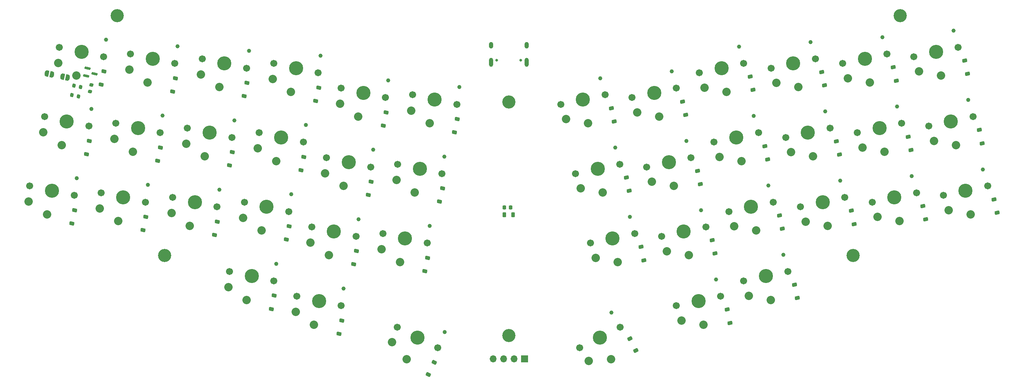
<source format=gbr>
%TF.GenerationSoftware,KiCad,Pcbnew,7.0.2*%
%TF.CreationDate,2023-06-24T23:52:28+10:00*%
%TF.ProjectId,keyboard,6b657962-6f61-4726-942e-6b696361645f,v1.0.0*%
%TF.SameCoordinates,Original*%
%TF.FileFunction,Soldermask,Bot*%
%TF.FilePolarity,Negative*%
%FSLAX46Y46*%
G04 Gerber Fmt 4.6, Leading zero omitted, Abs format (unit mm)*
G04 Created by KiCad (PCBNEW 7.0.2) date 2023-06-24 23:52:28*
%MOMM*%
%LPD*%
G01*
G04 APERTURE LIST*
G04 Aperture macros list*
%AMRoundRect*
0 Rectangle with rounded corners*
0 $1 Rounding radius*
0 $2 $3 $4 $5 $6 $7 $8 $9 X,Y pos of 4 corners*
0 Add a 4 corners polygon primitive as box body*
4,1,4,$2,$3,$4,$5,$6,$7,$8,$9,$2,$3,0*
0 Add four circle primitives for the rounded corners*
1,1,$1+$1,$2,$3*
1,1,$1+$1,$4,$5*
1,1,$1+$1,$6,$7*
1,1,$1+$1,$8,$9*
0 Add four rect primitives between the rounded corners*
20,1,$1+$1,$2,$3,$4,$5,0*
20,1,$1+$1,$4,$5,$6,$7,0*
20,1,$1+$1,$6,$7,$8,$9,0*
20,1,$1+$1,$8,$9,$2,$3,0*%
%AMFreePoly0*
4,1,19,0.500000,-0.750000,0.000000,-0.750000,0.000000,-0.744911,-0.071157,-0.744912,-0.207708,-0.704816,-0.327430,-0.627875,-0.420627,-0.520320,-0.479746,-0.390866,-0.500000,-0.250000,-0.500000,0.250000,-0.479746,0.390866,-0.420627,0.520320,-0.327430,0.627875,-0.207708,0.704816,-0.071157,0.744911,0.000000,0.744911,0.000000,0.750000,0.500000,0.750000,0.500000,-0.750000,0.500000,-0.750000,
$1*%
%AMFreePoly1*
4,1,19,0.000000,0.744911,0.071157,0.744912,0.207708,0.704816,0.327430,0.627875,0.420627,0.520320,0.479746,0.390866,0.500000,0.250000,0.500000,-0.250000,0.479746,-0.390866,0.420627,-0.520320,0.327430,-0.627875,0.207708,-0.704816,0.071157,-0.744911,0.000000,-0.744911,0.000000,-0.750000,-0.500000,-0.750000,-0.500000,0.750000,0.000000,0.750000,0.000000,0.744911,0.000000,0.744911,
$1*%
G04 Aperture macros list end*
%ADD10RoundRect,0.200000X-0.227408X0.252805X-0.310573X-0.138454X0.227408X-0.252805X0.310573X0.138454X0*%
%ADD11RoundRect,0.200000X0.252805X0.227408X-0.138454X0.310573X-0.252805X-0.227408X0.138454X-0.310573X0*%
%ADD12R,1.700000X1.700000*%
%ADD13O,1.700000X1.700000*%
%ADD14C,1.701800*%
%ADD15C,3.429000*%
%ADD16C,0.990600*%
%ADD17C,2.032000*%
%ADD18C,3.200000*%
%ADD19C,0.650000*%
%ADD20RoundRect,0.500000X0.000000X0.600000X0.000000X0.600000X0.000000X-0.600000X0.000000X-0.600000X0*%
%ADD21RoundRect,0.500000X0.000000X0.300000X0.000000X0.300000X0.000000X-0.300000X0.000000X-0.300000X0*%
%ADD22RoundRect,0.225000X0.320025X-0.298050X0.413585X0.142116X-0.320025X0.298050X-0.413585X-0.142116X0*%
%ADD23RoundRect,0.225000X0.413585X-0.142116X0.320025X0.298050X-0.413585X0.142116X-0.320025X-0.298050X0*%
%ADD24FreePoly0,168.000000*%
%ADD25FreePoly1,168.000000*%
%ADD26RoundRect,0.225000X0.436275X-0.030230X0.231980X0.370723X-0.436275X0.030230X-0.231980X-0.370723X0*%
%ADD27RoundRect,0.225000X-0.225000X-0.250000X0.225000X-0.250000X0.225000X0.250000X-0.225000X0.250000X0*%
%ADD28RoundRect,0.150000X-0.605848X-0.024574X0.543475X-0.268870X0.605848X0.024574X-0.543475X0.268870X0*%
%ADD29RoundRect,0.218750X0.218750X0.381250X-0.218750X0.381250X-0.218750X-0.381250X0.218750X-0.381250X0*%
%ADD30RoundRect,0.225000X0.231980X-0.370723X0.436275X0.030230X-0.231980X0.370723X-0.436275X-0.030230X0*%
G04 APERTURE END LIST*
D10*
%TO.C,R8*%
X98671527Y-72193028D03*
X98328473Y-73806972D03*
%TD*%
D11*
%TO.C,R7*%
X96056972Y-72671527D03*
X94443028Y-72328473D03*
%TD*%
%TO.C,R5*%
X95556972Y-74921527D03*
X93943028Y-74578473D03*
%TD*%
D12*
%TO.C,J2*%
X203849987Y-138750000D03*
D13*
X201309987Y-138750000D03*
X198769987Y-138750000D03*
X196229987Y-138750000D03*
%TD*%
D14*
%TO.C,SW38*%
X284634453Y-83784728D03*
D15*
X290014265Y-82641214D03*
D16*
X294246966Y-77447695D03*
D14*
X295394077Y-81497700D03*
D17*
X291240944Y-88412285D03*
X285913591Y-87397733D03*
%TD*%
D14*
%TO.C,SW1*%
X90903533Y-62994472D03*
D15*
X96283345Y-64137986D03*
D16*
X102262505Y-61115065D03*
D14*
X101663157Y-65281500D03*
D17*
X95056666Y-69909057D03*
X90602543Y-66815388D03*
%TD*%
D14*
%TO.C,SW40*%
X298336846Y-65281500D03*
D15*
X303716658Y-64137986D03*
D16*
X307949359Y-58944467D03*
D14*
X309096470Y-62994472D03*
D17*
X304943337Y-69909057D03*
X299615984Y-68894505D03*
%TD*%
D14*
%TO.C,SW9*%
X118412274Y-99511854D03*
D15*
X123792086Y-100655368D03*
D16*
X129771246Y-97632447D03*
D14*
X129171898Y-101798882D03*
D17*
X122565407Y-106426439D03*
X118111284Y-103332770D03*
%TD*%
D14*
%TO.C,SW11*%
X139391576Y-83779915D03*
D15*
X144771388Y-84923429D03*
D16*
X150750548Y-81900508D03*
D14*
X150151200Y-86066943D03*
D17*
X143544709Y-90694500D03*
X139090586Y-87600831D03*
%TD*%
D14*
%TO.C,SW16*%
X152158367Y-106684807D03*
D15*
X157538179Y-107828321D03*
D16*
X163517339Y-104805400D03*
D14*
X162917991Y-108971835D03*
D17*
X156311500Y-113599392D03*
X151857377Y-110505723D03*
%TD*%
D14*
%TO.C,SW34*%
X263655151Y-68052790D03*
D15*
X269034963Y-66909276D03*
D16*
X273267664Y-61715757D03*
D14*
X274414775Y-65765762D03*
D17*
X270261642Y-72680347D03*
X264934289Y-71665795D03*
%TD*%
D14*
%TO.C,SW15*%
X155744843Y-89811761D03*
D15*
X161124655Y-90955275D03*
D16*
X167103815Y-87932354D03*
D14*
X166504467Y-92098789D03*
D17*
X159897976Y-96726346D03*
X155443853Y-93632677D03*
%TD*%
D14*
%TO.C,SW20*%
X169447236Y-108314989D03*
D15*
X174827048Y-109458503D03*
D16*
X180806208Y-106435582D03*
D14*
X180206860Y-110602017D03*
D17*
X173600369Y-115229574D03*
X169146246Y-112135905D03*
%TD*%
D14*
%TO.C,SW14*%
X159331320Y-72938715D03*
D15*
X164711132Y-74082229D03*
D16*
X170690292Y-71059308D03*
D14*
X170090944Y-75225743D03*
D17*
X163484453Y-79853300D03*
X159030330Y-76759631D03*
%TD*%
D14*
%TO.C,SW32*%
X253435279Y-102939989D03*
D15*
X258815091Y-101796475D03*
D16*
X263047792Y-96602956D03*
D14*
X264194903Y-100652961D03*
D17*
X260041770Y-107567546D03*
X254714417Y-106552994D03*
%TD*%
D14*
%TO.C,SW3*%
X83730580Y-96740565D03*
D15*
X89110392Y-97884079D03*
D16*
X95089552Y-94861158D03*
D14*
X94490204Y-99027593D03*
D17*
X87883713Y-103655150D03*
X83429590Y-100561481D03*
%TD*%
D14*
%TO.C,SW21*%
X172969724Y-131122243D03*
D15*
X177870260Y-133619191D03*
D16*
X184428074Y-132246794D03*
D14*
X182770796Y-136116139D03*
D17*
X175191716Y-138876129D03*
X171690063Y-134735063D03*
%TD*%
D14*
%TO.C,SW5*%
X104605926Y-81497700D03*
D15*
X109985738Y-82641214D03*
D16*
X115964898Y-79618293D03*
D14*
X115365550Y-83784728D03*
D17*
X108759059Y-88412285D03*
X104304936Y-85318616D03*
%TD*%
D14*
%TO.C,SW36*%
X270828105Y-101798882D03*
D15*
X276207917Y-100655368D03*
D16*
X280440618Y-95461849D03*
D14*
X281587729Y-99511854D03*
D17*
X277434596Y-106426439D03*
X272107243Y-105411887D03*
%TD*%
D14*
%TO.C,SW7*%
X125585228Y-65765762D03*
D15*
X130965040Y-66909276D03*
D16*
X136944200Y-63886355D03*
D14*
X136344852Y-68052790D03*
D17*
X129738361Y-72680347D03*
X125284238Y-69586678D03*
%TD*%
D14*
%TO.C,SW4*%
X108192402Y-64624654D03*
D15*
X113572214Y-65768168D03*
D16*
X119551374Y-62745247D03*
D14*
X118952026Y-66911682D03*
D17*
X112345535Y-71539239D03*
X107891412Y-68445570D03*
%TD*%
D14*
%TO.C,SW19*%
X173033713Y-91441942D03*
D15*
X178413525Y-92585456D03*
D16*
X184392685Y-89562535D03*
D14*
X183793337Y-93728970D03*
D17*
X177186846Y-98356527D03*
X172732723Y-95262858D03*
%TD*%
D14*
%TO.C,SW27*%
X233495536Y-92098789D03*
D15*
X238875348Y-90955275D03*
D16*
X243108049Y-85761756D03*
D14*
X244255160Y-89811761D03*
D17*
X240102027Y-96726346D03*
X234774674Y-95711794D03*
%TD*%
D14*
%TO.C,SW17*%
X148571890Y-123557853D03*
D15*
X153951702Y-124701367D03*
D16*
X159930862Y-121678446D03*
D14*
X159331514Y-125844881D03*
D17*
X152725023Y-130472438D03*
X148270900Y-127378769D03*
%TD*%
D14*
%TO.C,SW22*%
X212620189Y-76855924D03*
D15*
X218000001Y-75712410D03*
D16*
X222232702Y-70518891D03*
D14*
X223379813Y-74568896D03*
D17*
X219226680Y-81483481D03*
X213899327Y-80468929D03*
%TD*%
D14*
%TO.C,SW23*%
X216206666Y-93728970D03*
D15*
X221586478Y-92585456D03*
D16*
X225819179Y-87391937D03*
D14*
X226966290Y-91441942D03*
D17*
X222813157Y-98356527D03*
X217485804Y-97341975D03*
%TD*%
D14*
%TO.C,SW2*%
X87317056Y-79867519D03*
D15*
X92696868Y-81011033D03*
D16*
X98676028Y-77988112D03*
D14*
X98076680Y-82154547D03*
D17*
X91470189Y-86782104D03*
X87016066Y-83688435D03*
%TD*%
D18*
%TO.C,H6*%
X283572322Y-113658369D03*
%TD*%
D14*
%TO.C,SW25*%
X217229207Y-136116139D03*
D15*
X222129743Y-133619191D03*
D16*
X224874037Y-127507133D03*
D14*
X227030279Y-131122243D03*
D17*
X224808287Y-138876129D03*
X219399874Y-139274968D03*
%TD*%
D14*
%TO.C,SW33*%
X257021756Y-119813036D03*
D15*
X262401568Y-118669522D03*
D16*
X266634269Y-113476003D03*
D14*
X267781380Y-117526008D03*
D17*
X263628247Y-124440593D03*
X258300894Y-123426041D03*
%TD*%
D18*
%TO.C,H1*%
X104960704Y-55298957D03*
%TD*%
D14*
%TO.C,SW18*%
X176620189Y-74568896D03*
D15*
X182000001Y-75712410D03*
D16*
X187979161Y-72689489D03*
D14*
X187379813Y-76855924D03*
D17*
X180773322Y-81483481D03*
X176319199Y-78389812D03*
%TD*%
D14*
%TO.C,SW10*%
X142978053Y-66906869D03*
D15*
X148357865Y-68050383D03*
D16*
X154337025Y-65027462D03*
D14*
X153737677Y-69193897D03*
D17*
X147131186Y-73821454D03*
X142677063Y-70727785D03*
%TD*%
D18*
%TO.C,H5*%
X295039299Y-55298957D03*
%TD*%
D14*
%TO.C,SW8*%
X121998751Y-82638808D03*
D15*
X127378563Y-83782322D03*
D16*
X133357723Y-80759401D03*
D14*
X132758375Y-84925836D03*
D17*
X126151884Y-89553393D03*
X121697761Y-86459724D03*
%TD*%
D14*
%TO.C,SW42*%
X305509799Y-99027593D03*
D15*
X310889611Y-97884079D03*
D16*
X315122312Y-92690560D03*
D14*
X316269423Y-96740565D03*
D17*
X312116290Y-103655150D03*
X306788937Y-102640598D03*
%TD*%
D19*
%TO.C,J1*%
X202900000Y-66150000D03*
X197100000Y-66150000D03*
D20*
X204320000Y-66680000D03*
D21*
X204320000Y-62500000D03*
D20*
X195680000Y-66680000D03*
D21*
X195680000Y-62500000D03*
%TD*%
D14*
%TO.C,SW12*%
X135805100Y-100652961D03*
D15*
X141184912Y-101796475D03*
D16*
X147164072Y-98773554D03*
D14*
X146564724Y-102939989D03*
D17*
X139958233Y-107567546D03*
X135504110Y-104473877D03*
%TD*%
D14*
%TO.C,SW39*%
X288220930Y-100657774D03*
D15*
X293600742Y-99514260D03*
D16*
X297833443Y-94320741D03*
D14*
X298980554Y-98370746D03*
D17*
X294827421Y-105285331D03*
X289500068Y-104270779D03*
%TD*%
D14*
%TO.C,SW24*%
X219793143Y-110602017D03*
D15*
X225172955Y-109458503D03*
D16*
X229405656Y-104264984D03*
D14*
X230552767Y-108314989D03*
D17*
X226399634Y-115229574D03*
X221072281Y-114215022D03*
%TD*%
D14*
%TO.C,SW35*%
X267241628Y-84925836D03*
D15*
X272621440Y-83782322D03*
D16*
X276854141Y-78588803D03*
D14*
X278001252Y-82638808D03*
D17*
X273848119Y-89553393D03*
X268520766Y-88538841D03*
%TD*%
D14*
%TO.C,SW28*%
X237082012Y-108971835D03*
D15*
X242461824Y-107828321D03*
D16*
X246694525Y-102634802D03*
D14*
X247841636Y-106684807D03*
D17*
X243688503Y-113599392D03*
X238361150Y-112584840D03*
%TD*%
D14*
%TO.C,SW37*%
X281047977Y-66911682D03*
D15*
X286427789Y-65768168D03*
D16*
X290660490Y-60574649D03*
D14*
X291807601Y-64624654D03*
D17*
X287654468Y-71539239D03*
X282327115Y-70524687D03*
%TD*%
D18*
%TO.C,H3*%
X200000002Y-76336118D03*
%TD*%
D14*
%TO.C,SW13*%
X132218623Y-117526008D03*
D15*
X137598435Y-118669522D03*
D16*
X143577595Y-115646601D03*
D14*
X142978247Y-119813036D03*
D17*
X136371756Y-124440593D03*
X131917633Y-121346924D03*
%TD*%
D14*
%TO.C,SW26*%
X229909059Y-75225743D03*
D15*
X235288871Y-74082229D03*
D16*
X239521572Y-68888710D03*
D14*
X240668683Y-72938715D03*
D17*
X236515550Y-79853300D03*
X231188197Y-78838748D03*
%TD*%
D14*
%TO.C,SW6*%
X101019449Y-98370746D03*
D15*
X106399261Y-99514260D03*
D16*
X112378421Y-96491339D03*
D14*
X111779073Y-100657774D03*
D17*
X105172582Y-105285331D03*
X100718459Y-102191662D03*
%TD*%
D18*
%TO.C,H2*%
X116427681Y-113658369D03*
%TD*%
D14*
%TO.C,SW30*%
X246262326Y-69193897D03*
D15*
X251642138Y-68050383D03*
D16*
X255874839Y-62856864D03*
D14*
X257021950Y-66906869D03*
D17*
X252868817Y-73821454D03*
X247541464Y-72806902D03*
%TD*%
D14*
%TO.C,SW31*%
X249848803Y-86066943D03*
D15*
X255228615Y-84923429D03*
D16*
X259461316Y-79729910D03*
D14*
X260608427Y-83779915D03*
D17*
X256455294Y-90694500D03*
X251127941Y-89679948D03*
%TD*%
D18*
%TO.C,H4*%
X200000002Y-133098867D03*
%TD*%
D14*
%TO.C,SW41*%
X301923323Y-82154547D03*
D15*
X307303135Y-81011033D03*
D16*
X311535836Y-75817514D03*
D14*
X312682947Y-79867519D03*
D17*
X308529814Y-86782104D03*
X303202461Y-85767552D03*
%TD*%
D14*
%TO.C,SW29*%
X240668489Y-125844881D03*
D15*
X246048301Y-124701367D03*
D16*
X250281002Y-119507848D03*
D14*
X251428113Y-123557853D03*
D17*
X247274980Y-130472438D03*
X241947627Y-129457886D03*
%TD*%
D22*
%TO.C,D9*%
X128590032Y-108626312D03*
X129276140Y-105398424D03*
%TD*%
D23*
%TO.C,D42*%
X318514665Y-103215023D03*
X317828557Y-99987135D03*
%TD*%
%TO.C,D40*%
X311341712Y-69468930D03*
X310655604Y-66241042D03*
%TD*%
D22*
%TO.C,D10*%
X153155811Y-76021327D03*
X153841919Y-72793439D03*
%TD*%
D24*
%TO.C,JP2*%
X92885796Y-70385143D03*
D25*
X91614204Y-70114857D03*
%TD*%
D23*
%TO.C,D29*%
X253673355Y-130032311D03*
X252987247Y-126804423D03*
%TD*%
%TO.C,D34*%
X276660017Y-72240220D03*
X275973909Y-69012332D03*
%TD*%
D26*
%TO.C,D25*%
X230873827Y-136795352D03*
X229375659Y-133855030D03*
%TD*%
D23*
%TO.C,D37*%
X294052843Y-71099112D03*
X293366735Y-67871224D03*
%TD*%
%TO.C,D23*%
X229211532Y-97916400D03*
X228525424Y-94688512D03*
%TD*%
D22*
%TO.C,D4*%
X118370160Y-73739112D03*
X119056268Y-70511224D03*
%TD*%
%TO.C,D3*%
X93908338Y-105855023D03*
X94594446Y-102627135D03*
%TD*%
D23*
%TO.C,D32*%
X266440145Y-107127419D03*
X265754037Y-103899531D03*
%TD*%
D22*
%TO.C,D13*%
X142396381Y-126640466D03*
X143082489Y-123412578D03*
%TD*%
D23*
%TO.C,D39*%
X301225796Y-104845204D03*
X300539688Y-101617316D03*
%TD*%
%TO.C,D38*%
X297639319Y-87972158D03*
X296953211Y-84744270D03*
%TD*%
D22*
%TO.C,D7*%
X135762986Y-74880220D03*
X136449094Y-71652332D03*
%TD*%
%TO.C,D2*%
X97494814Y-88981977D03*
X98180922Y-85754089D03*
%TD*%
%TO.C,D19*%
X183211471Y-100556400D03*
X183897579Y-97328512D03*
%TD*%
D23*
%TO.C,D28*%
X250086878Y-113159265D03*
X249400770Y-109931377D03*
%TD*%
D22*
%TO.C,D1*%
X101081291Y-72108930D03*
X101767399Y-68881042D03*
%TD*%
D24*
%TO.C,JP1*%
X89135796Y-69635143D03*
D25*
X87864204Y-69364857D03*
%TD*%
D22*
%TO.C,D8*%
X132176509Y-91753266D03*
X132862617Y-88525378D03*
%TD*%
D23*
%TO.C,D24*%
X232798009Y-114789447D03*
X232111901Y-111561559D03*
%TD*%
%TO.C,D27*%
X246500402Y-96286219D03*
X245814294Y-93058331D03*
%TD*%
D22*
%TO.C,D5*%
X114783684Y-90612158D03*
X115469792Y-87384270D03*
%TD*%
%TO.C,D15*%
X165922601Y-98926219D03*
X166608709Y-95698331D03*
%TD*%
D27*
%TO.C,C15*%
X198925000Y-102000000D03*
X200475000Y-102000000D03*
%TD*%
D23*
%TO.C,D31*%
X262853669Y-90254373D03*
X262167561Y-87026485D03*
%TD*%
D28*
%TO.C,Q2*%
X97385471Y-69984323D03*
X97780503Y-68125843D03*
X99417013Y-69444917D03*
%TD*%
D29*
%TO.C,L1*%
X201062500Y-103750000D03*
X198937500Y-103750000D03*
%TD*%
D23*
%TO.C,D26*%
X242913925Y-79413173D03*
X242227817Y-76185285D03*
%TD*%
%TO.C,D30*%
X259267192Y-73381327D03*
X258581084Y-70153439D03*
%TD*%
D22*
%TO.C,D18*%
X186797947Y-83683354D03*
X187484055Y-80455466D03*
%TD*%
D23*
%TO.C,D33*%
X270026622Y-124000466D03*
X269340514Y-120772578D03*
%TD*%
D22*
%TO.C,D14*%
X169509078Y-82053173D03*
X170195186Y-78825285D03*
%TD*%
%TO.C,D11*%
X149569334Y-92894373D03*
X150255442Y-89666485D03*
%TD*%
D23*
%TO.C,D22*%
X225625055Y-81043354D03*
X224938947Y-77815466D03*
%TD*%
D30*
%TO.C,D21*%
X180441176Y-142560352D03*
X181939344Y-139620030D03*
%TD*%
D23*
%TO.C,D36*%
X283832971Y-105986312D03*
X283146863Y-102758424D03*
%TD*%
%TO.C,D35*%
X280246494Y-89113266D03*
X279560386Y-85885378D03*
%TD*%
D22*
%TO.C,D17*%
X158749648Y-132672311D03*
X159435756Y-129444423D03*
%TD*%
%TO.C,D16*%
X162336125Y-115799265D03*
X163022233Y-112571377D03*
%TD*%
%TO.C,D20*%
X179624994Y-117429447D03*
X180311102Y-114201559D03*
%TD*%
%TO.C,D12*%
X145982858Y-109767419D03*
X146668966Y-106539531D03*
%TD*%
%TO.C,D6*%
X111197207Y-107485204D03*
X111883315Y-104257316D03*
%TD*%
D23*
%TO.C,D41*%
X314928189Y-86341977D03*
X314242081Y-83114089D03*
%TD*%
M02*

</source>
